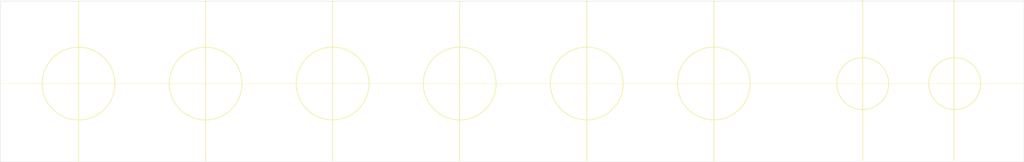
<source format=kicad_pcb>
(kicad_pcb (version 20211014) (generator pcbnew)

  (general
    (thickness 1.6)
  )

  (paper "A4")
  (layers
    (0 "F.Cu" signal)
    (31 "B.Cu" signal)
    (32 "B.Adhes" user "B.Adhesive")
    (33 "F.Adhes" user "F.Adhesive")
    (34 "B.Paste" user)
    (35 "F.Paste" user)
    (36 "B.SilkS" user "B.Silkscreen")
    (37 "F.SilkS" user "F.Silkscreen")
    (38 "B.Mask" user)
    (39 "F.Mask" user)
    (40 "Dwgs.User" user "User.Drawings")
    (41 "Cmts.User" user "User.Comments")
    (42 "Eco1.User" user "User.Eco1")
    (43 "Eco2.User" user "User.Eco2")
    (44 "Edge.Cuts" user)
    (45 "Margin" user)
    (46 "B.CrtYd" user "B.Courtyard")
    (47 "F.CrtYd" user "F.Courtyard")
    (48 "B.Fab" user)
    (49 "F.Fab" user)
    (50 "User.1" user)
    (51 "User.2" user)
    (52 "User.3" user)
    (53 "User.4" user)
    (54 "User.5" user)
    (55 "User.6" user)
    (56 "User.7" user)
    (57 "User.8" user)
    (58 "User.9" user)
  )

  (setup
    (pad_to_mask_clearance 0)
    (pcbplotparams
      (layerselection 0x00010fc_ffffffff)
      (disableapertmacros false)
      (usegerberextensions false)
      (usegerberattributes true)
      (usegerberadvancedattributes true)
      (creategerberjobfile true)
      (svguseinch false)
      (svgprecision 6)
      (excludeedgelayer true)
      (plotframeref false)
      (viasonmask false)
      (mode 1)
      (useauxorigin false)
      (hpglpennumber 1)
      (hpglpenspeed 20)
      (hpglpendiameter 15.000000)
      (dxfpolygonmode true)
      (dxfimperialunits true)
      (dxfusepcbnewfont true)
      (psnegative false)
      (psa4output false)
      (plotreference true)
      (plotvalue true)
      (plotinvisibletext false)
      (sketchpadsonfab false)
      (subtractmaskfromsilk false)
      (outputformat 1)
      (mirror false)
      (drillshape 1)
      (scaleselection 1)
      (outputdirectory "")
    )
  )

  (net 0 "")

  (gr_circle (center 75.438 76.2) (end 81.038 76.2) (layer "F.SilkS") (width 0.12) (fill none) (tstamp 1784d8a5-c596-46d1-9f05-696fb0d0d33e))
  (gr_circle (center 134.112 76.188) (end 139.712 76.188) (layer "F.SilkS") (width 0.12) (fill none) (tstamp 1f2a8b75-30cc-422a-9878-82bf8e66b764))
  (gr_line (start 196.152 63.392127) (end 196.152 88.030127) (layer "F.SilkS") (width 0.12) (tstamp 3c4d014c-8304-4e51-aec0-ee99b71ad1aa))
  (gr_line (start 94.996 63.5) (end 94.996 88.138) (layer "F.SilkS") (width 0.12) (tstamp 422318a4-bf8f-43f6-a575-a95190c356ba))
  (gr_circle (center 196.152 76.2) (end 200.152 76.2) (layer "F.SilkS") (width 0.12) (fill none) (tstamp 4bf8dba8-d7bc-4f39-9c44-1340b947e850))
  (gr_circle (center 92.329 81.026) (end 92.329 81.026) (layer "F.SilkS") (width 0.12) (fill none) (tstamp 6d706301-bc5a-42bd-b16c-8030b458120b))
  (gr_line (start 114.554 63.48) (end 114.554 88.118) (layer "F.SilkS") (width 0.12) (tstamp 7063e19a-2e32-4881-b1de-8b49c8c9a544))
  (gr_line (start 134.112 63.492) (end 134.112 88.13) (layer "F.SilkS") (width 0.12) (tstamp 772206fb-2850-4443-9eea-a4019b1dd8f9))
  (gr_line (start 210.204127 63.430381) (end 210.204127 88.068381) (layer "F.SilkS") (width 0.12) (tstamp 87ea2034-7297-4968-a66c-28fdae250003))
  (gr_circle (center 173.228 76.188) (end 178.828 76.188) (layer "F.SilkS") (width 0.12) (fill none) (tstamp a3142395-a11c-4e60-b13c-3006ca8d86c3))
  (gr_line (start 173.228 63.5) (end 173.228 88.138) (layer "F.SilkS") (width 0.12) (tstamp a6cbfa03-4685-4d13-8bf6-2c411cee3cb9))
  (gr_circle (center 114.554 76.188) (end 120.154 76.188) (layer "F.SilkS") (width 0.12) (fill none) (tstamp a6d81f5f-8cba-4ee2-97d1-35bd7833a45e))
  (gr_circle (center 210.312 76.2) (end 214.312 76.2) (layer "F.SilkS") (width 0.12) (fill none) (tstamp a8f7d80d-6a93-478c-a9ac-80ac2029bdc3))
  (gr_circle (center 94.996 76.2) (end 100.596 76.2) (layer "F.SilkS") (width 0.12) (fill none) (tstamp bf7de854-b0ff-42d1-a2b9-0306e1178911))
  (gr_line (start 75.434 63.5) (end 75.434 88.138) (layer "F.SilkS") (width 0.12) (tstamp e07d1482-f074-4014-9b3b-d16c6638558f))
  (gr_line (start 153.67 63.492) (end 153.67 88.13) (layer "F.SilkS") (width 0.12) (tstamp e849de8d-f707-49bb-ad6c-b3a3eeca5092))
  (gr_line (start 63.5 76.2) (end 220.98 76.2) (layer "F.SilkS") (width 0.05) (tstamp f4e7a316-7097-4a3d-8203-5c2220d005ef))
  (gr_circle (center 153.67 76.188) (end 159.27 76.188) (layer "F.SilkS") (width 0.12) (fill none) (tstamp f9e3a3a3-1c7e-4489-975a-c325a24a5fb3))
  (gr_rect (start 63.373 63.5) (end 220.98 88.265) (layer "Edge.Cuts") (width 0.05) (fill none) (tstamp 6d0744a1-bd20-4e9e-8c2a-3db670245f02))

)

</source>
